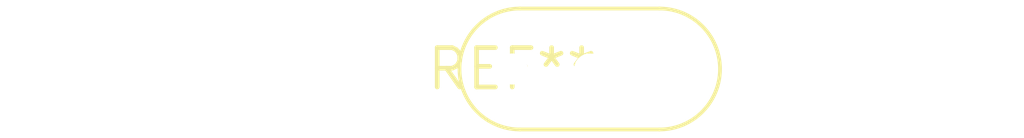
<source format=kicad_pcb>
(kicad_pcb (version 20240108) (generator pcbnew)
  (layers (0 "F.Cu" signal) (31 "B.Cu" signal) (34 "B.Paste" user) (35 "F.Paste" user) (36 "B.SilkS" user "B.Silkscreen") (37 "F.SilkS" user "F.Silkscreen") (38 "B.Mask" user) (39 "F.Mask" user) (44 "Edge.Cuts" user))
  (net 0 "")
  (footprint "Resonator-3Pin_W8.0mm_H3.5mm" (layer "F.Cu") (at 0 0)
    (property "Reference" "REF**")
    (property "Value" "Resonator-3Pin_W8.0mm_H3.5mm")
    (fp_line (start 0.25 -1.95) (end 4.75 -1.95) (layer "F.SilkS") (stroke (width 0.12)))
    (fp_line (start 0.25 1.95) (end 4.75 1.95) (layer "F.SilkS") (stroke (width 0.12)))
    (fp_arc (start 0.25 1.95) (mid -1.7 0) (end 0.25 -1.95) (layer "F.SilkS") (stroke (width 0.12)))
    (fp_arc (start 4.75 -1.95) (mid 6.7 0) (end 4.75 1.95) (layer "F.SilkS") (stroke (width 0.12)))
    (pad "1" thru_hole circle (at 0 0) (size 1.7 1.7) (drill 1) (layers *.Cu *.Mask) (remove_unused_layers))
    (pad "2" thru_hole circle (at 2.5 0) (size 1.7 1.7) (drill 1) (layers *.Cu *.Mask) (remove_unused_layers))
    (pad "3" thru_hole circle (at 5 0) (size 1.7 1.7) (drill 1) (layers *.Cu *.Mask) (remove_unused_layers))
  )
)
</source>
